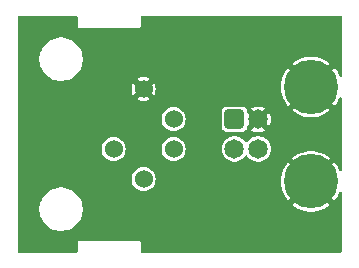
<source format=gbr>
G04 #@! TF.GenerationSoftware,KiCad,Pcbnew,8.0.6*
G04 #@! TF.CreationDate,2025-01-18T08:25:15-05:00*
G04 #@! TF.ProjectId,usbbbrkout,75736262-6272-46b6-9f75-742e6b696361,v1.0.0*
G04 #@! TF.SameCoordinates,Original*
G04 #@! TF.FileFunction,Copper,L2,Inr*
G04 #@! TF.FilePolarity,Positive*
%FSLAX46Y46*%
G04 Gerber Fmt 4.6, Leading zero omitted, Abs format (unit mm)*
G04 Created by KiCad (PCBNEW 8.0.6) date 2025-01-18 08:25:15*
%MOMM*%
%LPD*%
G01*
G04 APERTURE LIST*
G04 Aperture macros list*
%AMRoundRect*
0 Rectangle with rounded corners*
0 $1 Rounding radius*
0 $2 $3 $4 $5 $6 $7 $8 $9 X,Y pos of 4 corners*
0 Add a 4 corners polygon primitive as box body*
4,1,4,$2,$3,$4,$5,$6,$7,$8,$9,$2,$3,0*
0 Add four circle primitives for the rounded corners*
1,1,$1+$1,$2,$3*
1,1,$1+$1,$4,$5*
1,1,$1+$1,$6,$7*
1,1,$1+$1,$8,$9*
0 Add four rect primitives between the rounded corners*
20,1,$1+$1,$2,$3,$4,$5,0*
20,1,$1+$1,$4,$5,$6,$7,0*
20,1,$1+$1,$6,$7,$8,$9,0*
20,1,$1+$1,$8,$9,$2,$3,0*%
G04 Aperture macros list end*
G04 #@! TA.AperFunction,ComponentPad*
%ADD10C,1.016000*%
G04 #@! TD*
G04 #@! TA.AperFunction,ComponentPad*
%ADD11C,1.524000*%
G04 #@! TD*
G04 #@! TA.AperFunction,ComponentPad*
%ADD12RoundRect,0.250000X-0.575500X-0.575500X0.575500X-0.575500X0.575500X0.575500X-0.575500X0.575500X0*%
G04 #@! TD*
G04 #@! TA.AperFunction,ComponentPad*
%ADD13C,1.651000*%
G04 #@! TD*
G04 #@! TA.AperFunction,ComponentPad*
%ADD14C,4.600000*%
G04 #@! TD*
G04 #@! TA.AperFunction,ViaPad*
%ADD15C,1.524000*%
G04 #@! TD*
G04 APERTURE END LIST*
D10*
X129540000Y-101600000D03*
X134620000Y-101600000D03*
X134620000Y-99060000D03*
X134620000Y-104140000D03*
D11*
X139065000Y-105410000D03*
X141605000Y-102870000D03*
X141605000Y-100330000D03*
X139065000Y-97790000D03*
D12*
X146760000Y-100350000D03*
D13*
X146760000Y-102850000D03*
X148760000Y-102850000D03*
X148760000Y-100350000D03*
D14*
X153250000Y-97600000D03*
X153250000Y-105600000D03*
D15*
X136525000Y-102870000D03*
G04 #@! TA.AperFunction,Conductor*
G36*
X133418621Y-91587502D02*
G01*
X133465114Y-91641158D01*
X133476500Y-91693500D01*
X133476500Y-92481361D01*
X133495911Y-92528224D01*
X133531775Y-92564088D01*
X133531776Y-92564088D01*
X133531777Y-92564089D01*
X133578639Y-92583500D01*
X138709361Y-92583500D01*
X138756223Y-92564089D01*
X138792089Y-92528223D01*
X138811500Y-92481361D01*
X138811500Y-91693500D01*
X138831502Y-91625379D01*
X138885158Y-91578886D01*
X138937500Y-91567500D01*
X155746500Y-91567500D01*
X155814621Y-91587502D01*
X155861114Y-91641158D01*
X155872500Y-91693500D01*
X155872500Y-96612271D01*
X155852498Y-96680392D01*
X155798842Y-96726885D01*
X155728568Y-96736989D01*
X155663988Y-96707495D01*
X155631290Y-96661393D01*
X155630793Y-96661628D01*
X155629484Y-96658846D01*
X155629349Y-96658656D01*
X155629107Y-96658046D01*
X155492290Y-96367295D01*
X155492283Y-96367281D01*
X155320112Y-96095982D01*
X155320110Y-96095979D01*
X155226447Y-95982760D01*
X154224466Y-96984741D01*
X154127171Y-96850825D01*
X153999175Y-96722829D01*
X153865257Y-96625532D01*
X154870227Y-95620562D01*
X154870227Y-95620560D01*
X154621073Y-95439539D01*
X154339481Y-95284733D01*
X154040707Y-95166440D01*
X153729469Y-95086528D01*
X153729456Y-95086526D01*
X153410682Y-95046255D01*
X153410664Y-95046254D01*
X153089336Y-95046254D01*
X153089317Y-95046255D01*
X152770543Y-95086526D01*
X152770530Y-95086528D01*
X152459292Y-95166440D01*
X152160518Y-95284733D01*
X151878926Y-95439539D01*
X151629771Y-95620560D01*
X151629771Y-95620562D01*
X152634742Y-96625533D01*
X152500825Y-96722829D01*
X152372829Y-96850825D01*
X152275533Y-96984742D01*
X151273551Y-95982760D01*
X151179890Y-96095979D01*
X151179887Y-96095982D01*
X151007716Y-96367281D01*
X151007709Y-96367295D01*
X150870896Y-96658038D01*
X150870894Y-96658042D01*
X150771595Y-96963650D01*
X150771593Y-96963658D01*
X150711381Y-97279303D01*
X150691205Y-97599994D01*
X150691205Y-97600005D01*
X150711381Y-97920696D01*
X150771593Y-98236341D01*
X150771595Y-98236349D01*
X150870894Y-98541957D01*
X150870896Y-98541961D01*
X151007709Y-98832704D01*
X151007716Y-98832718D01*
X151179887Y-99104017D01*
X151179889Y-99104020D01*
X151273551Y-99217238D01*
X152275532Y-98215257D01*
X152372829Y-98349175D01*
X152500825Y-98477171D01*
X152634741Y-98574466D01*
X151629771Y-99579436D01*
X151629771Y-99579438D01*
X151878922Y-99760457D01*
X152160518Y-99915266D01*
X152459292Y-100033559D01*
X152770530Y-100113471D01*
X152770543Y-100113473D01*
X153089317Y-100153744D01*
X153089336Y-100153746D01*
X153410664Y-100153746D01*
X153410682Y-100153744D01*
X153729456Y-100113473D01*
X153729469Y-100113471D01*
X154040707Y-100033559D01*
X154339481Y-99915266D01*
X154621072Y-99760460D01*
X154870227Y-99579438D01*
X154870227Y-99579436D01*
X153865257Y-98574466D01*
X153999175Y-98477171D01*
X154127171Y-98349175D01*
X154224466Y-98215257D01*
X155226447Y-99217238D01*
X155226448Y-99217237D01*
X155320106Y-99104025D01*
X155320109Y-99104022D01*
X155492283Y-98832718D01*
X155492290Y-98832704D01*
X155629102Y-98541964D01*
X155629345Y-98541352D01*
X155629460Y-98541204D01*
X155630793Y-98538372D01*
X155631434Y-98538673D01*
X155673016Y-98485375D01*
X155740017Y-98461895D01*
X155809077Y-98478366D01*
X155858269Y-98529558D01*
X155872500Y-98587728D01*
X155872500Y-104612271D01*
X155852498Y-104680392D01*
X155798842Y-104726885D01*
X155728568Y-104736989D01*
X155663988Y-104707495D01*
X155631290Y-104661393D01*
X155630793Y-104661628D01*
X155629484Y-104658846D01*
X155629349Y-104658656D01*
X155629107Y-104658046D01*
X155492290Y-104367295D01*
X155492283Y-104367281D01*
X155320112Y-104095982D01*
X155320110Y-104095979D01*
X155226447Y-103982760D01*
X154224466Y-104984741D01*
X154127171Y-104850825D01*
X153999175Y-104722829D01*
X153865257Y-104625532D01*
X154870227Y-103620562D01*
X154870227Y-103620560D01*
X154621073Y-103439539D01*
X154339481Y-103284733D01*
X154040707Y-103166440D01*
X153729469Y-103086528D01*
X153729456Y-103086526D01*
X153410682Y-103046255D01*
X153410664Y-103046254D01*
X153089336Y-103046254D01*
X153089317Y-103046255D01*
X152770543Y-103086526D01*
X152770530Y-103086528D01*
X152459292Y-103166440D01*
X152160518Y-103284733D01*
X151878926Y-103439539D01*
X151629771Y-103620560D01*
X151629771Y-103620562D01*
X152634742Y-104625533D01*
X152500825Y-104722829D01*
X152372829Y-104850825D01*
X152275533Y-104984742D01*
X151273551Y-103982760D01*
X151179890Y-104095979D01*
X151179887Y-104095982D01*
X151007716Y-104367281D01*
X151007709Y-104367295D01*
X150870896Y-104658038D01*
X150870894Y-104658042D01*
X150771595Y-104963650D01*
X150771593Y-104963658D01*
X150711381Y-105279303D01*
X150691205Y-105599994D01*
X150691205Y-105600005D01*
X150711381Y-105920696D01*
X150771593Y-106236341D01*
X150771595Y-106236349D01*
X150870894Y-106541957D01*
X150870896Y-106541961D01*
X151007709Y-106832704D01*
X151007716Y-106832718D01*
X151179887Y-107104017D01*
X151179889Y-107104020D01*
X151273551Y-107217238D01*
X152275532Y-106215257D01*
X152372829Y-106349175D01*
X152500825Y-106477171D01*
X152634741Y-106574466D01*
X151629771Y-107579436D01*
X151629771Y-107579438D01*
X151878922Y-107760457D01*
X152160518Y-107915266D01*
X152459292Y-108033559D01*
X152770530Y-108113471D01*
X152770543Y-108113473D01*
X153089317Y-108153744D01*
X153089336Y-108153746D01*
X153410664Y-108153746D01*
X153410682Y-108153744D01*
X153729456Y-108113473D01*
X153729469Y-108113471D01*
X154040707Y-108033559D01*
X154339481Y-107915266D01*
X154621072Y-107760460D01*
X154870227Y-107579438D01*
X154870227Y-107579436D01*
X153865257Y-106574466D01*
X153999175Y-106477171D01*
X154127171Y-106349175D01*
X154224466Y-106215257D01*
X155226447Y-107217238D01*
X155226448Y-107217237D01*
X155320106Y-107104025D01*
X155320109Y-107104022D01*
X155492283Y-106832718D01*
X155492290Y-106832704D01*
X155629102Y-106541964D01*
X155629345Y-106541352D01*
X155629460Y-106541204D01*
X155630793Y-106538372D01*
X155631434Y-106538673D01*
X155673016Y-106485375D01*
X155740017Y-106461895D01*
X155809077Y-106478366D01*
X155858269Y-106529558D01*
X155872500Y-106587728D01*
X155872500Y-111506500D01*
X155852498Y-111574621D01*
X155798842Y-111621114D01*
X155746500Y-111632500D01*
X138937500Y-111632500D01*
X138869379Y-111612498D01*
X138822886Y-111558842D01*
X138811500Y-111506500D01*
X138811500Y-110718638D01*
X138792088Y-110671775D01*
X138756224Y-110635911D01*
X138709361Y-110616500D01*
X133629361Y-110616500D01*
X133578639Y-110616500D01*
X133531775Y-110635911D01*
X133495911Y-110671775D01*
X133476500Y-110718638D01*
X133476500Y-111506500D01*
X133456498Y-111574621D01*
X133402842Y-111621114D01*
X133350500Y-111632500D01*
X128523500Y-111632500D01*
X128455379Y-111612498D01*
X128408886Y-111558842D01*
X128397500Y-111506500D01*
X128397500Y-107829528D01*
X130242000Y-107829528D01*
X130242000Y-108070471D01*
X130273446Y-108309338D01*
X130335806Y-108542068D01*
X130335807Y-108542070D01*
X130335808Y-108542073D01*
X130428011Y-108764671D01*
X130428012Y-108764672D01*
X130428017Y-108764682D01*
X130548477Y-108973325D01*
X130695153Y-109164478D01*
X130695162Y-109164488D01*
X130865511Y-109334837D01*
X130865521Y-109334846D01*
X130865522Y-109334847D01*
X131056671Y-109481520D01*
X131265329Y-109601989D01*
X131487927Y-109694192D01*
X131720655Y-109756552D01*
X131720659Y-109756552D01*
X131720661Y-109756553D01*
X131782227Y-109764658D01*
X131959531Y-109788000D01*
X131959538Y-109788000D01*
X132200462Y-109788000D01*
X132200469Y-109788000D01*
X132416349Y-109759579D01*
X132439338Y-109756553D01*
X132439338Y-109756552D01*
X132439345Y-109756552D01*
X132672073Y-109694192D01*
X132894671Y-109601989D01*
X133103329Y-109481520D01*
X133294478Y-109334847D01*
X133464847Y-109164478D01*
X133611520Y-108973329D01*
X133731989Y-108764671D01*
X133824192Y-108542073D01*
X133886552Y-108309345D01*
X133918000Y-108070469D01*
X133918000Y-107829531D01*
X133886552Y-107590655D01*
X133824192Y-107357927D01*
X133731989Y-107135329D01*
X133611520Y-106926671D01*
X133464847Y-106735522D01*
X133464846Y-106735521D01*
X133464837Y-106735511D01*
X133294488Y-106565162D01*
X133294478Y-106565153D01*
X133103325Y-106418477D01*
X132894682Y-106298017D01*
X132894677Y-106298014D01*
X132894671Y-106298011D01*
X132672073Y-106205808D01*
X132672070Y-106205807D01*
X132672068Y-106205806D01*
X132439338Y-106143446D01*
X132200471Y-106112000D01*
X132200469Y-106112000D01*
X131959531Y-106112000D01*
X131959528Y-106112000D01*
X131720661Y-106143446D01*
X131487931Y-106205806D01*
X131487927Y-106205808D01*
X131414195Y-106236349D01*
X131265327Y-106298012D01*
X131265317Y-106298017D01*
X131056674Y-106418477D01*
X130865521Y-106565153D01*
X130865511Y-106565162D01*
X130695162Y-106735511D01*
X130695153Y-106735521D01*
X130548477Y-106926674D01*
X130428017Y-107135317D01*
X130428012Y-107135327D01*
X130335808Y-107357927D01*
X130335806Y-107357931D01*
X130273446Y-107590661D01*
X130242000Y-107829528D01*
X128397500Y-107829528D01*
X128397500Y-105409996D01*
X138043837Y-105409996D01*
X138043837Y-105410003D01*
X138063456Y-105609212D01*
X138063457Y-105609218D01*
X138063458Y-105609219D01*
X138121568Y-105800782D01*
X138215934Y-105977328D01*
X138342929Y-106132071D01*
X138497672Y-106259066D01*
X138674218Y-106353432D01*
X138865781Y-106411542D01*
X138865785Y-106411542D01*
X138865787Y-106411543D01*
X139064997Y-106431163D01*
X139065000Y-106431163D01*
X139065003Y-106431163D01*
X139264212Y-106411543D01*
X139264213Y-106411542D01*
X139264219Y-106411542D01*
X139455782Y-106353432D01*
X139632328Y-106259066D01*
X139787071Y-106132071D01*
X139914066Y-105977328D01*
X140008432Y-105800782D01*
X140066542Y-105609219D01*
X140067450Y-105600005D01*
X140086163Y-105410003D01*
X140086163Y-105409996D01*
X140066543Y-105210787D01*
X140066542Y-105210785D01*
X140066542Y-105210781D01*
X140008432Y-105019218D01*
X139914066Y-104842672D01*
X139787071Y-104687929D01*
X139632328Y-104560934D01*
X139455782Y-104466568D01*
X139264219Y-104408458D01*
X139264218Y-104408457D01*
X139264212Y-104408456D01*
X139065003Y-104388837D01*
X139064997Y-104388837D01*
X138865787Y-104408456D01*
X138674217Y-104466568D01*
X138497671Y-104560934D01*
X138342929Y-104687929D01*
X138215934Y-104842671D01*
X138121568Y-105019217D01*
X138063456Y-105210787D01*
X138043837Y-105409996D01*
X128397500Y-105409996D01*
X128397500Y-102869996D01*
X135503837Y-102869996D01*
X135503837Y-102870003D01*
X135523456Y-103069212D01*
X135523457Y-103069218D01*
X135523458Y-103069219D01*
X135581568Y-103260782D01*
X135675934Y-103437328D01*
X135802929Y-103592071D01*
X135957672Y-103719066D01*
X136134218Y-103813432D01*
X136325781Y-103871542D01*
X136325785Y-103871542D01*
X136325787Y-103871543D01*
X136524997Y-103891163D01*
X136525000Y-103891163D01*
X136525003Y-103891163D01*
X136724212Y-103871543D01*
X136724213Y-103871542D01*
X136724219Y-103871542D01*
X136915782Y-103813432D01*
X137092328Y-103719066D01*
X137247071Y-103592071D01*
X137374066Y-103437328D01*
X137468432Y-103260782D01*
X137526542Y-103069219D01*
X137528509Y-103049254D01*
X137546163Y-102870003D01*
X137546163Y-102869996D01*
X140583837Y-102869996D01*
X140583837Y-102870003D01*
X140603456Y-103069212D01*
X140603457Y-103069218D01*
X140603458Y-103069219D01*
X140661568Y-103260782D01*
X140755934Y-103437328D01*
X140882929Y-103592071D01*
X141037672Y-103719066D01*
X141214218Y-103813432D01*
X141405781Y-103871542D01*
X141405785Y-103871542D01*
X141405787Y-103871543D01*
X141604997Y-103891163D01*
X141605000Y-103891163D01*
X141605003Y-103891163D01*
X141804212Y-103871543D01*
X141804213Y-103871542D01*
X141804219Y-103871542D01*
X141995782Y-103813432D01*
X142172328Y-103719066D01*
X142327071Y-103592071D01*
X142454066Y-103437328D01*
X142548432Y-103260782D01*
X142606542Y-103069219D01*
X142608509Y-103049254D01*
X142626163Y-102870003D01*
X142626163Y-102869996D01*
X142624194Y-102850000D01*
X145675628Y-102850000D01*
X145694091Y-103049254D01*
X145748851Y-103241715D01*
X145838049Y-103420850D01*
X145958637Y-103580536D01*
X146106517Y-103715346D01*
X146106519Y-103715347D01*
X146106520Y-103715348D01*
X146276654Y-103820690D01*
X146463248Y-103892977D01*
X146659947Y-103929746D01*
X146659949Y-103929746D01*
X146860051Y-103929746D01*
X146860053Y-103929746D01*
X147056752Y-103892977D01*
X147243346Y-103820690D01*
X147413480Y-103715348D01*
X147561361Y-103580537D01*
X147659450Y-103450646D01*
X147716463Y-103408339D01*
X147787300Y-103403571D01*
X147849468Y-103437857D01*
X147860550Y-103450646D01*
X147958637Y-103580536D01*
X148106517Y-103715346D01*
X148106519Y-103715347D01*
X148106520Y-103715348D01*
X148276654Y-103820690D01*
X148463248Y-103892977D01*
X148659947Y-103929746D01*
X148659949Y-103929746D01*
X148860051Y-103929746D01*
X148860053Y-103929746D01*
X149056752Y-103892977D01*
X149243346Y-103820690D01*
X149413480Y-103715348D01*
X149561361Y-103580537D01*
X149681952Y-103420848D01*
X149771147Y-103241720D01*
X149825909Y-103049253D01*
X149844372Y-102850000D01*
X149825909Y-102650747D01*
X149771147Y-102458280D01*
X149681952Y-102279152D01*
X149659449Y-102249353D01*
X149561362Y-102119463D01*
X149413482Y-101984653D01*
X149243346Y-101879310D01*
X149243339Y-101879307D01*
X149056755Y-101807024D01*
X149056756Y-101807024D01*
X149056753Y-101807023D01*
X149056752Y-101807023D01*
X148860053Y-101770254D01*
X148659947Y-101770254D01*
X148463248Y-101807023D01*
X148463243Y-101807024D01*
X148276660Y-101879307D01*
X148276653Y-101879310D01*
X148106517Y-101984653D01*
X147958637Y-102119463D01*
X147860550Y-102249353D01*
X147803536Y-102291661D01*
X147732700Y-102296428D01*
X147670531Y-102262142D01*
X147659450Y-102249353D01*
X147561362Y-102119463D01*
X147413482Y-101984653D01*
X147243346Y-101879310D01*
X147243339Y-101879307D01*
X147056755Y-101807024D01*
X147056756Y-101807024D01*
X147056753Y-101807023D01*
X147056752Y-101807023D01*
X146860053Y-101770254D01*
X146659947Y-101770254D01*
X146463248Y-101807023D01*
X146463243Y-101807024D01*
X146276660Y-101879307D01*
X146276653Y-101879310D01*
X146106517Y-101984653D01*
X145958637Y-102119463D01*
X145838049Y-102279149D01*
X145748851Y-102458284D01*
X145694091Y-102650745D01*
X145675628Y-102850000D01*
X142624194Y-102850000D01*
X142606543Y-102670787D01*
X142606542Y-102670785D01*
X142606542Y-102670781D01*
X142548432Y-102479218D01*
X142454066Y-102302672D01*
X142327071Y-102147929D01*
X142172328Y-102020934D01*
X141995782Y-101926568D01*
X141804219Y-101868458D01*
X141804218Y-101868457D01*
X141804212Y-101868456D01*
X141605003Y-101848837D01*
X141604997Y-101848837D01*
X141405787Y-101868456D01*
X141214217Y-101926568D01*
X141037671Y-102020934D01*
X140882929Y-102147929D01*
X140755934Y-102302671D01*
X140661568Y-102479217D01*
X140603456Y-102670787D01*
X140583837Y-102869996D01*
X137546163Y-102869996D01*
X137526543Y-102670787D01*
X137526542Y-102670785D01*
X137526542Y-102670781D01*
X137468432Y-102479218D01*
X137374066Y-102302672D01*
X137247071Y-102147929D01*
X137092328Y-102020934D01*
X136915782Y-101926568D01*
X136724219Y-101868458D01*
X136724218Y-101868457D01*
X136724212Y-101868456D01*
X136525003Y-101848837D01*
X136524997Y-101848837D01*
X136325787Y-101868456D01*
X136134217Y-101926568D01*
X135957671Y-102020934D01*
X135802929Y-102147929D01*
X135675934Y-102302671D01*
X135581568Y-102479217D01*
X135523456Y-102670787D01*
X135503837Y-102869996D01*
X128397500Y-102869996D01*
X128397500Y-100329996D01*
X140583837Y-100329996D01*
X140583837Y-100330003D01*
X140603456Y-100529212D01*
X140603457Y-100529218D01*
X140603458Y-100529219D01*
X140661568Y-100720782D01*
X140755934Y-100897328D01*
X140882929Y-101052071D01*
X141037672Y-101179066D01*
X141214218Y-101273432D01*
X141405781Y-101331542D01*
X141405785Y-101331542D01*
X141405787Y-101331543D01*
X141604997Y-101351163D01*
X141605000Y-101351163D01*
X141605003Y-101351163D01*
X141804212Y-101331543D01*
X141804213Y-101331542D01*
X141804219Y-101331542D01*
X141995782Y-101273432D01*
X142172328Y-101179066D01*
X142327071Y-101052071D01*
X142454066Y-100897328D01*
X142548432Y-100720782D01*
X142606542Y-100529219D01*
X142624194Y-100350000D01*
X142626163Y-100330003D01*
X142626163Y-100329996D01*
X142606543Y-100130787D01*
X142606542Y-100130785D01*
X142606542Y-100130781D01*
X142548432Y-99939218D01*
X142454066Y-99762672D01*
X142424182Y-99726259D01*
X145680254Y-99726259D01*
X145680254Y-100973740D01*
X145686709Y-101033781D01*
X145686710Y-101033786D01*
X145686711Y-101033787D01*
X145737383Y-101169644D01*
X145737384Y-101169645D01*
X145737385Y-101169648D01*
X145824277Y-101285722D01*
X145940351Y-101372614D01*
X145940352Y-101372614D01*
X145940356Y-101372617D01*
X146076213Y-101423289D01*
X146076216Y-101423289D01*
X146076218Y-101423290D01*
X146136259Y-101429745D01*
X146136267Y-101429745D01*
X146136272Y-101429746D01*
X146136276Y-101429746D01*
X147383724Y-101429746D01*
X147383728Y-101429746D01*
X147383733Y-101429745D01*
X147383740Y-101429745D01*
X147443781Y-101423290D01*
X147443782Y-101423289D01*
X147443787Y-101423289D01*
X147579644Y-101372617D01*
X147695722Y-101285722D01*
X147782617Y-101169644D01*
X147833289Y-101033787D01*
X147839746Y-100973728D01*
X147839746Y-100963234D01*
X147859748Y-100895113D01*
X147876651Y-100874138D01*
X148308501Y-100442287D01*
X148331349Y-100527553D01*
X148391909Y-100632446D01*
X148477554Y-100718091D01*
X148582447Y-100778651D01*
X148667711Y-100801498D01*
X148197881Y-101271327D01*
X148276872Y-101320237D01*
X148276885Y-101320244D01*
X148463377Y-101392491D01*
X148463380Y-101392492D01*
X148659995Y-101429246D01*
X148860005Y-101429246D01*
X149056616Y-101392493D01*
X149243122Y-101320240D01*
X149243125Y-101320238D01*
X149322118Y-101271327D01*
X148852289Y-100801498D01*
X148937553Y-100778651D01*
X149042446Y-100718091D01*
X149128091Y-100632446D01*
X149188651Y-100527553D01*
X149211498Y-100442289D01*
X149684271Y-100915062D01*
X149684273Y-100915062D01*
X149770677Y-100741543D01*
X149770681Y-100741531D01*
X149825414Y-100549163D01*
X149843869Y-100350000D01*
X149825414Y-100150837D01*
X149770679Y-99958461D01*
X149770678Y-99958459D01*
X149684272Y-99784936D01*
X149211497Y-100257710D01*
X149188651Y-100172447D01*
X149128091Y-100067554D01*
X149042446Y-99981909D01*
X148937553Y-99921349D01*
X148852287Y-99898501D01*
X149322117Y-99428671D01*
X149243122Y-99379759D01*
X149243111Y-99379754D01*
X149056622Y-99307508D01*
X149056619Y-99307507D01*
X148860005Y-99270754D01*
X148659995Y-99270754D01*
X148463380Y-99307507D01*
X148463377Y-99307508D01*
X148276888Y-99379754D01*
X148276872Y-99379762D01*
X148197880Y-99428671D01*
X148667710Y-99898501D01*
X148582447Y-99921349D01*
X148477554Y-99981909D01*
X148391909Y-100067554D01*
X148331349Y-100172447D01*
X148308501Y-100257710D01*
X147876651Y-99825860D01*
X147842625Y-99763548D01*
X147839746Y-99736765D01*
X147839746Y-99726276D01*
X147839745Y-99726259D01*
X147833290Y-99666218D01*
X147833289Y-99666216D01*
X147833289Y-99666213D01*
X147782617Y-99530356D01*
X147782614Y-99530352D01*
X147782614Y-99530351D01*
X147695722Y-99414277D01*
X147579648Y-99327385D01*
X147579645Y-99327384D01*
X147579644Y-99327383D01*
X147443787Y-99276711D01*
X147443786Y-99276710D01*
X147443781Y-99276709D01*
X147383740Y-99270254D01*
X147383728Y-99270254D01*
X146136272Y-99270254D01*
X146136259Y-99270254D01*
X146076218Y-99276709D01*
X145940351Y-99327385D01*
X145824277Y-99414277D01*
X145737385Y-99530351D01*
X145686709Y-99666218D01*
X145680254Y-99726259D01*
X142424182Y-99726259D01*
X142327071Y-99607929D01*
X142172328Y-99480934D01*
X141995782Y-99386568D01*
X141804219Y-99328458D01*
X141804218Y-99328457D01*
X141804212Y-99328456D01*
X141605003Y-99308837D01*
X141604997Y-99308837D01*
X141405787Y-99328456D01*
X141214217Y-99386568D01*
X141037671Y-99480934D01*
X140882929Y-99607929D01*
X140755934Y-99762671D01*
X140661568Y-99939217D01*
X140603456Y-100130787D01*
X140583837Y-100329996D01*
X128397500Y-100329996D01*
X128397500Y-97789996D01*
X138044339Y-97789996D01*
X138044339Y-97790003D01*
X138063949Y-97989114D01*
X138122032Y-98180590D01*
X138189316Y-98306470D01*
X138189317Y-98306471D01*
X138574309Y-97921478D01*
X138591619Y-97986081D01*
X138658498Y-98101920D01*
X138753080Y-98196502D01*
X138868919Y-98263381D01*
X138933518Y-98280690D01*
X138548527Y-98665681D01*
X138674411Y-98732968D01*
X138865885Y-98791050D01*
X139064997Y-98810661D01*
X139065003Y-98810661D01*
X139264114Y-98791050D01*
X139455587Y-98732968D01*
X139581470Y-98665681D01*
X139196480Y-98280690D01*
X139261081Y-98263381D01*
X139376920Y-98196502D01*
X139471502Y-98101920D01*
X139538381Y-97986081D01*
X139555690Y-97921479D01*
X139940681Y-98306470D01*
X140007968Y-98180587D01*
X140066050Y-97989114D01*
X140085661Y-97790003D01*
X140085661Y-97789996D01*
X140066050Y-97590885D01*
X140007968Y-97399411D01*
X139940681Y-97273527D01*
X139555690Y-97658518D01*
X139538381Y-97593919D01*
X139471502Y-97478080D01*
X139376920Y-97383498D01*
X139261081Y-97316619D01*
X139196479Y-97299309D01*
X139581471Y-96914317D01*
X139581470Y-96914316D01*
X139455590Y-96847032D01*
X139264114Y-96788949D01*
X139065003Y-96769339D01*
X139064997Y-96769339D01*
X138865885Y-96788949D01*
X138674409Y-96847032D01*
X138548528Y-96914316D01*
X138548527Y-96914317D01*
X138933519Y-97299309D01*
X138868919Y-97316619D01*
X138753080Y-97383498D01*
X138658498Y-97478080D01*
X138591619Y-97593919D01*
X138574309Y-97658519D01*
X138189317Y-97273527D01*
X138189316Y-97273528D01*
X138122032Y-97399409D01*
X138063949Y-97590885D01*
X138044339Y-97789996D01*
X128397500Y-97789996D01*
X128397500Y-95129528D01*
X130242000Y-95129528D01*
X130242000Y-95370471D01*
X130273446Y-95609338D01*
X130335806Y-95842068D01*
X130335807Y-95842070D01*
X130335808Y-95842073D01*
X130428011Y-96064671D01*
X130428012Y-96064672D01*
X130428017Y-96064682D01*
X130548477Y-96273325D01*
X130695153Y-96464478D01*
X130695162Y-96464488D01*
X130865511Y-96634837D01*
X130865521Y-96634846D01*
X130865522Y-96634847D01*
X131040796Y-96769339D01*
X131056674Y-96781522D01*
X131221231Y-96876529D01*
X131265329Y-96901989D01*
X131487927Y-96994192D01*
X131720655Y-97056552D01*
X131720659Y-97056552D01*
X131720661Y-97056553D01*
X131782227Y-97064658D01*
X131959531Y-97088000D01*
X131959538Y-97088000D01*
X132200462Y-97088000D01*
X132200469Y-97088000D01*
X132416349Y-97059579D01*
X132439338Y-97056553D01*
X132439338Y-97056552D01*
X132439345Y-97056552D01*
X132672073Y-96994192D01*
X132894671Y-96901989D01*
X133103329Y-96781520D01*
X133294478Y-96634847D01*
X133464847Y-96464478D01*
X133611520Y-96273329D01*
X133731989Y-96064671D01*
X133824192Y-95842073D01*
X133886552Y-95609345D01*
X133918000Y-95370469D01*
X133918000Y-95129531D01*
X133886552Y-94890655D01*
X133824192Y-94657927D01*
X133731989Y-94435329D01*
X133611520Y-94226671D01*
X133464847Y-94035522D01*
X133464846Y-94035521D01*
X133464837Y-94035511D01*
X133294488Y-93865162D01*
X133294478Y-93865153D01*
X133103325Y-93718477D01*
X132894682Y-93598017D01*
X132894677Y-93598014D01*
X132894671Y-93598011D01*
X132672073Y-93505808D01*
X132672070Y-93505807D01*
X132672068Y-93505806D01*
X132439338Y-93443446D01*
X132200471Y-93412000D01*
X132200469Y-93412000D01*
X131959531Y-93412000D01*
X131959528Y-93412000D01*
X131720661Y-93443446D01*
X131487931Y-93505806D01*
X131487927Y-93505808D01*
X131265327Y-93598012D01*
X131265317Y-93598017D01*
X131056674Y-93718477D01*
X130865521Y-93865153D01*
X130865511Y-93865162D01*
X130695162Y-94035511D01*
X130695153Y-94035521D01*
X130548477Y-94226674D01*
X130428017Y-94435317D01*
X130428012Y-94435327D01*
X130335808Y-94657927D01*
X130335806Y-94657931D01*
X130273446Y-94890661D01*
X130242000Y-95129528D01*
X128397500Y-95129528D01*
X128397500Y-91693500D01*
X128417502Y-91625379D01*
X128471158Y-91578886D01*
X128523500Y-91567500D01*
X133350500Y-91567500D01*
X133418621Y-91587502D01*
G37*
G04 #@! TD.AperFunction*
M02*

</source>
